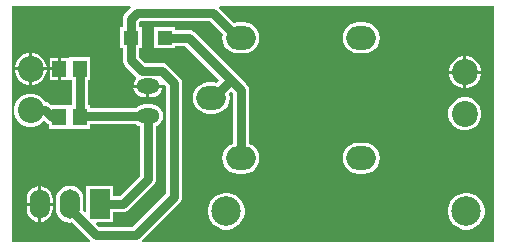
<source format=gbl>
G04*
G04 #@! TF.GenerationSoftware,Altium Limited,Altium Designer,24.1.2 (44)*
G04*
G04 Layer_Physical_Order=2*
G04 Layer_Color=16711680*
%FSLAX25Y25*%
%MOIN*%
G70*
G04*
G04 #@! TF.SameCoordinates,1D4F381B-0C85-4C13-B92F-FFDB2225B82E*
G04*
G04*
G04 #@! TF.FilePolarity,Positive*
G04*
G01*
G75*
%ADD12C,0.01000*%
%ADD20O,0.06693X0.09843*%
%ADD21R,0.06693X0.09843*%
%ADD22O,0.09843X0.07874*%
%ADD23O,0.07677X0.05118*%
%ADD24C,0.08661*%
%ADD25C,0.09843*%
%ADD26R,0.04528X0.05315*%
%ADD27R,0.04724X0.04724*%
%ADD28R,0.04724X0.04724*%
%ADD29C,0.02953*%
G36*
X164533Y3971D02*
X47280D01*
X47166Y4471D01*
X59783Y17087D01*
X60212Y17646D01*
X60482Y18297D01*
X60574Y18996D01*
Y56988D01*
X60482Y57687D01*
X60212Y58338D01*
X59783Y58897D01*
X55846Y62834D01*
X55287Y63263D01*
X54636Y63533D01*
X53937Y63625D01*
X48362D01*
X46282Y65705D01*
Y68513D01*
X47145D01*
Y75637D01*
X46282D01*
Y77209D01*
X46591Y77517D01*
X69968D01*
X74206Y73280D01*
X74047Y72075D01*
X74224Y70734D01*
X74741Y69484D01*
X75565Y68411D01*
X76638Y67588D01*
X77887Y67070D01*
X79228Y66894D01*
X81197D01*
X82538Y67070D01*
X83788Y67588D01*
X84861Y68411D01*
X85684Y69484D01*
X86202Y70734D01*
X86378Y72075D01*
X86202Y73416D01*
X85684Y74665D01*
X84861Y75739D01*
X83788Y76562D01*
X82538Y77080D01*
X81197Y77256D01*
X79228D01*
X78023Y77097D01*
X72995Y82125D01*
X72972Y82143D01*
X73142Y82643D01*
X164533D01*
Y3971D01*
D02*
G37*
G36*
X43587Y82143D02*
X43564Y82125D01*
X41674Y80236D01*
X41245Y79677D01*
X40975Y79026D01*
X40883Y78327D01*
Y75637D01*
X40020D01*
Y68513D01*
X40883D01*
Y64587D01*
X40975Y63888D01*
X41245Y63237D01*
X41674Y62678D01*
X45328Y59023D01*
X45412Y58933D01*
Y58615D01*
X45345Y58379D01*
X44824Y57700D01*
X44466Y56835D01*
X44409Y56406D01*
X49213D01*
X54225D01*
X54502Y56542D01*
X55174Y55870D01*
Y20114D01*
X44059Y8999D01*
X33067D01*
X32015Y10051D01*
X32206Y10513D01*
X37735D01*
Y13934D01*
X40945D01*
X41644Y14026D01*
X42295Y14296D01*
X42854Y14725D01*
X51121Y22993D01*
X51550Y23552D01*
X51820Y24203D01*
X51912Y24902D01*
Y42582D01*
X52388Y42779D01*
X53173Y43382D01*
X53776Y44167D01*
X54154Y45082D01*
X54284Y46063D01*
X54154Y47044D01*
X53776Y47959D01*
X53173Y48744D01*
X52388Y49347D01*
X51473Y49725D01*
X50492Y49854D01*
X47933D01*
X46952Y49725D01*
X46037Y49347D01*
X45276Y48763D01*
X29940D01*
Y49527D01*
X29333D01*
Y57865D01*
X30098D01*
Y65580D01*
X23425D01*
X23170Y65580D01*
X22753Y65380D01*
X20244D01*
Y61723D01*
Y58065D01*
X22753D01*
X23170Y57865D01*
X23425Y57865D01*
X23934D01*
Y49527D01*
X17990D01*
X17823Y49560D01*
X17655Y49527D01*
X17183D01*
X16878Y49832D01*
X16319Y50261D01*
X15668Y50530D01*
X14974Y50622D01*
X14571Y51319D01*
X13542Y52349D01*
X12280Y53077D01*
X10874Y53453D01*
X9418D01*
X8011Y53077D01*
X6750Y52349D01*
X5720Y51319D01*
X4992Y50058D01*
X4615Y48651D01*
Y47195D01*
X4992Y45788D01*
X5720Y44527D01*
X6750Y43497D01*
X8011Y42769D01*
X9418Y42392D01*
X10874D01*
X12280Y42769D01*
X13542Y43497D01*
X14559Y44515D01*
X15314Y43760D01*
X15873Y43332D01*
X16123Y43228D01*
Y41812D01*
X29940D01*
Y43363D01*
X45276D01*
X46037Y42779D01*
X46513Y42582D01*
Y26020D01*
X39827Y19333D01*
X37735D01*
Y22755D01*
X28642D01*
Y14076D01*
X28181Y13885D01*
X27685Y14380D01*
X27775Y15059D01*
Y18209D01*
X27618Y19396D01*
X27160Y20502D01*
X26432Y21451D01*
X25482Y22180D01*
X24376Y22638D01*
X23189Y22794D01*
X22002Y22638D01*
X20896Y22180D01*
X19946Y21451D01*
X19218Y20502D01*
X18759Y19396D01*
X18603Y18209D01*
Y15059D01*
X18759Y13872D01*
X19218Y12766D01*
X19946Y11817D01*
X20896Y11088D01*
X22002Y10630D01*
X23189Y10473D01*
X23868Y10563D01*
X29959Y4471D01*
X29846Y3971D01*
X3971D01*
Y82643D01*
X43417D01*
X43587Y82143D01*
D02*
G37*
%LPC*%
G36*
X121354Y77256D02*
X119386D01*
X118045Y77080D01*
X116795Y76562D01*
X115722Y75739D01*
X114899Y74665D01*
X114381Y73416D01*
X114205Y72075D01*
X114381Y70734D01*
X114899Y69484D01*
X115722Y68411D01*
X116795Y67588D01*
X118045Y67070D01*
X119386Y66894D01*
X121354D01*
X122695Y67070D01*
X123945Y67588D01*
X125018Y68411D01*
X125841Y69484D01*
X126359Y70734D01*
X126536Y72075D01*
X126359Y73416D01*
X125841Y74665D01*
X125018Y75739D01*
X123945Y76562D01*
X122695Y77080D01*
X121354Y77256D01*
D02*
G37*
G36*
X155615Y65872D02*
X155413D01*
Y61042D01*
X160244D01*
Y61243D01*
X159881Y62599D01*
X159179Y63815D01*
X158186Y64807D01*
X156971Y65509D01*
X155615Y65872D01*
D02*
G37*
G36*
X154413D02*
X154212D01*
X152856Y65509D01*
X151640Y64807D01*
X150648Y63815D01*
X149946Y62599D01*
X149583Y61243D01*
Y61042D01*
X154413D01*
Y65872D01*
D02*
G37*
G36*
X58405Y75637D02*
X51280D01*
Y68513D01*
X58405D01*
Y69375D01*
X61748D01*
X73104Y58020D01*
X72156Y57072D01*
X71354Y57177D01*
X69386D01*
X68045Y57001D01*
X66795Y56483D01*
X65722Y55660D01*
X64899Y54587D01*
X64381Y53337D01*
X64205Y51996D01*
X64381Y50655D01*
X64899Y49405D01*
X65722Y48332D01*
X66795Y47509D01*
X68045Y46991D01*
X69386Y46815D01*
X71354D01*
X72695Y46991D01*
X73945Y47509D01*
X75018Y48332D01*
X75841Y49405D01*
X76359Y50655D01*
X76536Y51996D01*
X76359Y53337D01*
X76271Y53551D01*
X76921Y54202D01*
X77513Y53610D01*
Y36767D01*
X76638Y36404D01*
X75565Y35581D01*
X74741Y34508D01*
X74224Y33258D01*
X74047Y31917D01*
X74224Y30576D01*
X74741Y29327D01*
X75565Y28254D01*
X76638Y27430D01*
X77887Y26913D01*
X79228Y26736D01*
X81197D01*
X82538Y26913D01*
X83788Y27430D01*
X84861Y28254D01*
X85684Y29327D01*
X86202Y30576D01*
X86378Y31917D01*
X86202Y33258D01*
X85684Y34508D01*
X84861Y35581D01*
X83788Y36404D01*
X82912Y36767D01*
Y54728D01*
X82820Y55427D01*
X82550Y56078D01*
X82121Y56637D01*
X78830Y59928D01*
X64775Y73984D01*
X64216Y74413D01*
X63565Y74682D01*
X62866Y74774D01*
X58405D01*
Y75637D01*
D02*
G37*
G36*
X160244Y60042D02*
X155413D01*
Y55211D01*
X155615D01*
X156971Y55574D01*
X158186Y56276D01*
X159179Y57269D01*
X159881Y58484D01*
X160244Y59840D01*
Y60042D01*
D02*
G37*
G36*
X154413D02*
X149583D01*
Y59840D01*
X149946Y58484D01*
X150648Y57269D01*
X151640Y56276D01*
X152856Y55574D01*
X154212Y55211D01*
X154413D01*
Y60042D01*
D02*
G37*
G36*
X155641Y52272D02*
X154185D01*
X152779Y51895D01*
X151517Y51167D01*
X150488Y50138D01*
X149760Y48877D01*
X149383Y47470D01*
Y46014D01*
X149760Y44607D01*
X150488Y43346D01*
X151517Y42316D01*
X152779Y41588D01*
X154185Y41211D01*
X155641D01*
X157048Y41588D01*
X158309Y42316D01*
X159339Y43346D01*
X160067Y44607D01*
X160444Y46014D01*
Y47470D01*
X160067Y48877D01*
X159339Y50138D01*
X158309Y51167D01*
X157048Y51895D01*
X155641Y52272D01*
D02*
G37*
G36*
X121354Y37099D02*
X119386D01*
X118045Y36922D01*
X116795Y36404D01*
X115722Y35581D01*
X114899Y34508D01*
X114381Y33258D01*
X114205Y31917D01*
X114381Y30576D01*
X114899Y29327D01*
X115722Y28254D01*
X116795Y27430D01*
X118045Y26913D01*
X119386Y26736D01*
X121354D01*
X122695Y26913D01*
X123945Y27430D01*
X125018Y28254D01*
X125841Y29327D01*
X126359Y30576D01*
X126536Y31917D01*
X126359Y33258D01*
X125841Y34508D01*
X125018Y35581D01*
X123945Y36404D01*
X122695Y36922D01*
X121354Y37099D01*
D02*
G37*
G36*
X155957Y20393D02*
X154751D01*
X153569Y20158D01*
X152455Y19696D01*
X151452Y19026D01*
X150600Y18174D01*
X149930Y17171D01*
X149468Y16057D01*
X149233Y14875D01*
Y13669D01*
X149468Y12486D01*
X149930Y11372D01*
X150600Y10370D01*
X151452Y9517D01*
X152455Y8847D01*
X153569Y8386D01*
X154751Y8150D01*
X155957D01*
X157140Y8386D01*
X158254Y8847D01*
X159256Y9517D01*
X160109Y10370D01*
X160779Y11372D01*
X161240Y12486D01*
X161476Y13669D01*
Y14875D01*
X161240Y16057D01*
X160779Y17171D01*
X160109Y18174D01*
X159256Y19026D01*
X158254Y19696D01*
X157140Y20158D01*
X155957Y20393D01*
D02*
G37*
G36*
X75957D02*
X74751D01*
X73569Y20158D01*
X72455Y19696D01*
X71452Y19026D01*
X70600Y18174D01*
X69930Y17171D01*
X69468Y16057D01*
X69233Y14875D01*
Y13669D01*
X69468Y12486D01*
X69930Y11372D01*
X70600Y10370D01*
X71452Y9517D01*
X72455Y8847D01*
X73569Y8386D01*
X74751Y8150D01*
X75957D01*
X77140Y8386D01*
X78254Y8847D01*
X79256Y9517D01*
X80109Y10370D01*
X80779Y11372D01*
X81240Y12486D01*
X81476Y13669D01*
Y14875D01*
X81240Y16057D01*
X80779Y17171D01*
X80109Y18174D01*
X79256Y19026D01*
X78254Y19696D01*
X77140Y20158D01*
X75957Y20393D01*
D02*
G37*
G36*
X10847Y67054D02*
X10646D01*
Y62223D01*
X15476D01*
Y62425D01*
X15113Y63780D01*
X14411Y64996D01*
X13419Y65988D01*
X12203Y66690D01*
X10847Y67054D01*
D02*
G37*
G36*
X9646D02*
X9444D01*
X8088Y66690D01*
X6872Y65988D01*
X5880Y64996D01*
X5178Y63780D01*
X4815Y62425D01*
Y62223D01*
X9646D01*
Y67054D01*
D02*
G37*
G36*
X19244Y65380D02*
X16480D01*
Y62223D01*
X19244D01*
Y65380D01*
D02*
G37*
G36*
Y61223D02*
X16480D01*
Y58065D01*
X19244D01*
Y61223D01*
D02*
G37*
G36*
X15476Y61223D02*
X10646D01*
Y56392D01*
X10847D01*
X12203Y56755D01*
X13419Y57457D01*
X14411Y58450D01*
X15113Y59665D01*
X15476Y61021D01*
Y61223D01*
D02*
G37*
G36*
X9646D02*
X4815D01*
Y61021D01*
X5178Y59665D01*
X5880Y58450D01*
X6872Y57457D01*
X8088Y56755D01*
X9444Y56392D01*
X9646D01*
Y61223D01*
D02*
G37*
G36*
X54016Y55405D02*
X49713D01*
Y52316D01*
X50492D01*
X51421Y52438D01*
X52287Y52797D01*
X53031Y53367D01*
X53601Y54111D01*
X53960Y54976D01*
X54016Y55405D01*
D02*
G37*
G36*
X48713D02*
X44409D01*
X44466Y54976D01*
X44824Y54111D01*
X45395Y53367D01*
X46138Y52797D01*
X47004Y52438D01*
X47933Y52316D01*
X48713D01*
Y55405D01*
D02*
G37*
G36*
X13689Y22527D02*
Y17134D01*
X17573D01*
Y18209D01*
X17424Y19343D01*
X16986Y20401D01*
X16289Y21309D01*
X15381Y22005D01*
X14324Y22443D01*
X13689Y22527D01*
D02*
G37*
G36*
X12689Y22527D02*
X12054Y22443D01*
X10997Y22005D01*
X10089Y21309D01*
X9392Y20401D01*
X8954Y19343D01*
X8805Y18209D01*
Y17134D01*
X12689D01*
Y22527D01*
D02*
G37*
G36*
Y16134D02*
X8805D01*
Y15059D01*
X8954Y13924D01*
X9392Y12867D01*
X10089Y11959D01*
X10997Y11262D01*
X12054Y10825D01*
X12689Y10741D01*
Y16134D01*
D02*
G37*
G36*
X17573D02*
X13689D01*
Y10741D01*
X14324Y10825D01*
X15381Y11262D01*
X16289Y11959D01*
X16986Y12867D01*
X17424Y13924D01*
X17573Y15059D01*
Y16134D01*
D02*
G37*
%LPD*%
D12*
X70370Y51996D02*
X70898D01*
X70370D02*
X70812Y52438D01*
X23189Y15059D02*
Y16634D01*
X79228Y72075D02*
X80213D01*
X17223Y45669D02*
X19587D01*
X17823Y47827D02*
X19587Y46063D01*
Y45669D02*
Y46063D01*
X28840Y45669D02*
X29234Y46063D01*
X26476Y45669D02*
X28840D01*
X26476Y48427D02*
X26634Y48584D01*
X26476Y45669D02*
Y48427D01*
D20*
X13189Y16634D02*
D03*
X23189D02*
D03*
D21*
X33189D02*
D03*
D22*
X70370Y51996D02*
D03*
X80213Y31917D02*
D03*
X120370D02*
D03*
X80213Y72075D02*
D03*
X120370D02*
D03*
D23*
X49213Y55905D02*
D03*
Y46063D02*
D03*
D24*
X10146Y61723D02*
D03*
Y47923D02*
D03*
X154913Y46742D02*
D03*
Y60542D02*
D03*
D25*
X75354Y14272D02*
D03*
X155354D02*
D03*
D26*
X26476Y45669D02*
D03*
X19587D02*
D03*
X19744Y61723D02*
D03*
X26634D02*
D03*
D27*
X54843Y72075D02*
D03*
D28*
X43583D02*
D03*
D29*
X76921Y58020D02*
X80213Y54728D01*
X62866Y72075D02*
X76921Y58020D01*
X70898Y51996D02*
X76921Y58020D01*
X80213Y31917D02*
Y54728D01*
X31949Y6299D02*
X45177D01*
X23189Y15059D02*
X31949Y6299D01*
X45177D02*
X57874Y18996D01*
Y56988D01*
X53937Y60925D02*
X57874Y56988D01*
X49213Y24902D02*
Y46063D01*
X33189Y16634D02*
X40945D01*
X49213Y24902D01*
X47244Y60925D02*
X53937D01*
X43583Y64587D02*
Y72075D01*
Y64587D02*
X47244Y60925D01*
X54843Y72075D02*
X62866D01*
X71087Y80216D02*
X79228Y72075D01*
X45472Y80216D02*
X71087D01*
X43583Y78327D02*
X45472Y80216D01*
X43583Y72075D02*
Y78327D01*
X14969Y47923D02*
X17223Y45669D01*
X10146Y47923D02*
X14969D01*
X29234Y46063D02*
X49213D01*
X26634Y48584D02*
Y61723D01*
M02*

</source>
